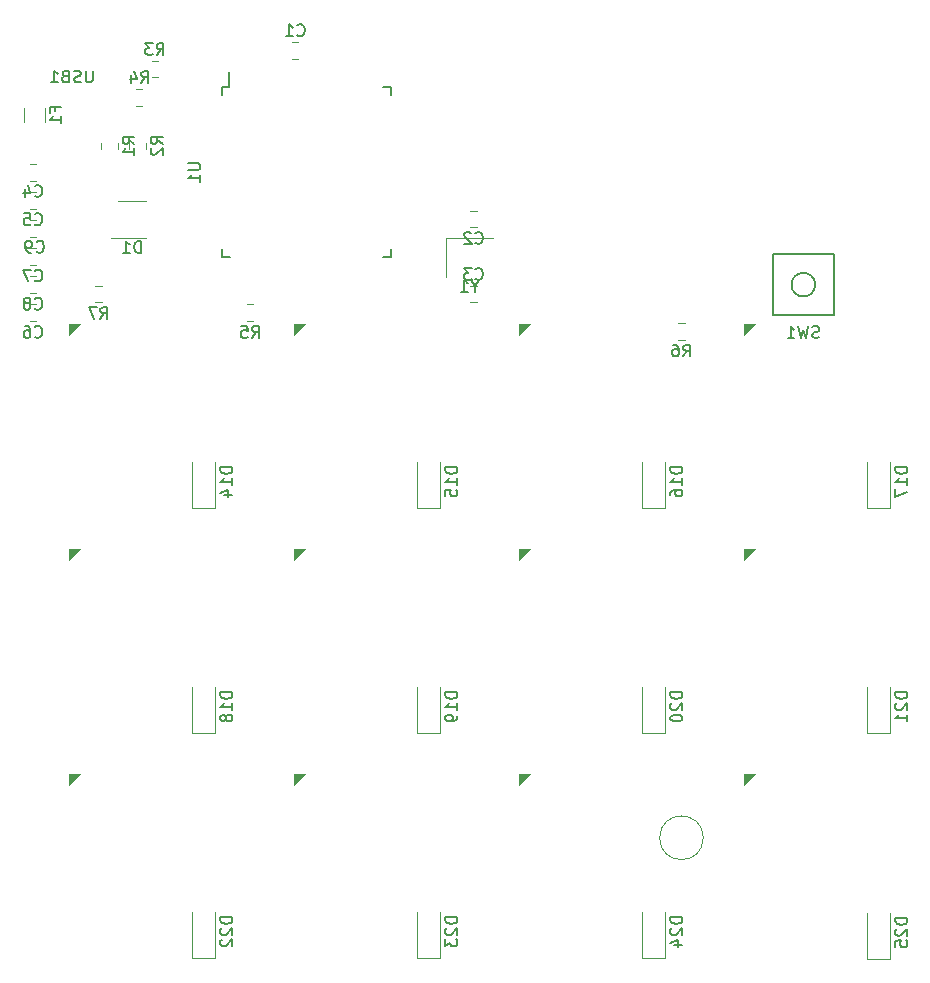
<source format=gbr>
G04 #@! TF.GenerationSoftware,KiCad,Pcbnew,(5.1.4)-1*
G04 #@! TF.CreationDate,2024-03-23T00:37:29-07:00*
G04 #@! TF.ProjectId,macropad,6d616372-6f70-4616-942e-6b696361645f,rev?*
G04 #@! TF.SameCoordinates,Original*
G04 #@! TF.FileFunction,Legend,Bot*
G04 #@! TF.FilePolarity,Positive*
%FSLAX46Y46*%
G04 Gerber Fmt 4.6, Leading zero omitted, Abs format (unit mm)*
G04 Created by KiCad (PCBNEW (5.1.4)-1) date 2024-03-23 00:37:29*
%MOMM*%
%LPD*%
G04 APERTURE LIST*
%ADD10C,0.120000*%
%ADD11C,0.100000*%
%ADD12C,0.150000*%
G04 APERTURE END LIST*
D10*
X72150000Y-77773750D02*
X69200000Y-77773750D01*
X69750000Y-74673750D02*
X72150000Y-74673750D01*
D11*
G36*
X122800000Y-85995001D02*
G01*
X123700000Y-85095001D01*
X122800000Y-85095001D01*
X122800000Y-85995001D01*
G37*
X122800000Y-85995001D02*
X123700000Y-85095001D01*
X122800000Y-85095001D01*
X122800000Y-85995001D01*
G36*
X65650000Y-85995001D02*
G01*
X66550000Y-85095001D01*
X65650000Y-85095001D01*
X65650000Y-85995001D01*
G37*
X65650000Y-85995001D02*
X66550000Y-85095001D01*
X65650000Y-85095001D01*
X65650000Y-85995001D01*
G36*
X84700000Y-124095001D02*
G01*
X85600000Y-123195001D01*
X84700000Y-123195001D01*
X84700000Y-124095001D01*
G37*
X84700000Y-124095001D02*
X85600000Y-123195001D01*
X84700000Y-123195001D01*
X84700000Y-124095001D01*
G36*
X84700000Y-105045001D02*
G01*
X85600000Y-104145001D01*
X84700000Y-104145001D01*
X84700000Y-105045001D01*
G37*
X84700000Y-105045001D02*
X85600000Y-104145001D01*
X84700000Y-104145001D01*
X84700000Y-105045001D01*
D10*
X62303922Y-83427500D02*
X62821078Y-83427500D01*
X62303922Y-84847500D02*
X62821078Y-84847500D01*
D11*
G36*
X84700000Y-85995001D02*
G01*
X85600000Y-85095001D01*
X84700000Y-85095001D01*
X84700000Y-85995001D01*
G37*
X84700000Y-85995001D02*
X85600000Y-85095001D01*
X84700000Y-85095001D01*
X84700000Y-85995001D01*
D12*
X79125000Y-65056250D02*
X79125000Y-63781250D01*
X78550000Y-79406250D02*
X78550000Y-78731250D01*
X92900000Y-79406250D02*
X92900000Y-78731250D01*
X92900000Y-65056250D02*
X92900000Y-65731250D01*
X78550000Y-65056250D02*
X78550000Y-65731250D01*
X92900000Y-65056250D02*
X92225000Y-65056250D01*
X92900000Y-79406250D02*
X92225000Y-79406250D01*
X78550000Y-79406250D02*
X79225000Y-79406250D01*
X78550000Y-65056250D02*
X79125000Y-65056250D01*
D10*
X97525000Y-77781250D02*
X101525000Y-77781250D01*
X97525000Y-81081250D02*
X97525000Y-77781250D01*
D12*
X130393750Y-79156250D02*
X125193750Y-79156250D01*
X125193750Y-79156250D02*
X125193750Y-84356250D01*
X125193750Y-84356250D02*
X130393750Y-84356250D01*
X130393750Y-84356250D02*
X130393750Y-79156250D01*
X128793750Y-81756250D02*
G75*
G03X128793750Y-81756250I-1000000J0D01*
G01*
D10*
X67860172Y-81840000D02*
X68377328Y-81840000D01*
X67860172Y-83260000D02*
X68377328Y-83260000D01*
X117216422Y-85015000D02*
X117733578Y-85015000D01*
X117216422Y-86435000D02*
X117733578Y-86435000D01*
X80703922Y-83427500D02*
X81221078Y-83427500D01*
X80703922Y-84847500D02*
X81221078Y-84847500D01*
X71839828Y-66591250D02*
X71322672Y-66591250D01*
X71839828Y-65171250D02*
X71322672Y-65171250D01*
X73139828Y-64210000D02*
X72622672Y-64210000D01*
X73139828Y-62790000D02*
X72622672Y-62790000D01*
X70727500Y-70252328D02*
X70727500Y-69735172D01*
X72147500Y-70252328D02*
X72147500Y-69735172D01*
X68346250Y-70252328D02*
X68346250Y-69735172D01*
X69766250Y-70252328D02*
X69766250Y-69735172D01*
X61796250Y-67970814D02*
X61796250Y-66766686D01*
X63616250Y-67970814D02*
X63616250Y-66766686D01*
X135143750Y-138837500D02*
X135143750Y-134937500D01*
X133143750Y-138837500D02*
X133143750Y-134937500D01*
X135143750Y-138837500D02*
X133143750Y-138837500D01*
X116093750Y-138775000D02*
X116093750Y-134875000D01*
X114093750Y-138775000D02*
X114093750Y-134875000D01*
X116093750Y-138775000D02*
X114093750Y-138775000D01*
X97043750Y-138775000D02*
X97043750Y-134875000D01*
X95043750Y-138775000D02*
X95043750Y-134875000D01*
X97043750Y-138775000D02*
X95043750Y-138775000D01*
X77993750Y-138775000D02*
X77993750Y-134875000D01*
X75993750Y-138775000D02*
X75993750Y-134875000D01*
X77993750Y-138775000D02*
X75993750Y-138775000D01*
X135143750Y-119725000D02*
X135143750Y-115825000D01*
X133143750Y-119725000D02*
X133143750Y-115825000D01*
X135143750Y-119725000D02*
X133143750Y-119725000D01*
X116093750Y-119725000D02*
X116093750Y-115825000D01*
X114093750Y-119725000D02*
X114093750Y-115825000D01*
X116093750Y-119725000D02*
X114093750Y-119725000D01*
X97043750Y-119725000D02*
X97043750Y-115825000D01*
X95043750Y-119725000D02*
X95043750Y-115825000D01*
X97043750Y-119725000D02*
X95043750Y-119725000D01*
X77993750Y-119725000D02*
X77993750Y-115825000D01*
X75993750Y-119725000D02*
X75993750Y-115825000D01*
X77993750Y-119725000D02*
X75993750Y-119725000D01*
X135143750Y-100675000D02*
X135143750Y-96775000D01*
X133143750Y-100675000D02*
X133143750Y-96775000D01*
X135143750Y-100675000D02*
X133143750Y-100675000D01*
X116093750Y-100675000D02*
X116093750Y-96775000D01*
X114093750Y-100675000D02*
X114093750Y-96775000D01*
X116093750Y-100675000D02*
X114093750Y-100675000D01*
X97043750Y-100675000D02*
X97043750Y-96775000D01*
X95043750Y-100675000D02*
X95043750Y-96775000D01*
X97043750Y-100675000D02*
X95043750Y-100675000D01*
X77993750Y-100675000D02*
X77993750Y-96775000D01*
X75993750Y-100675000D02*
X75993750Y-96775000D01*
X77993750Y-100675000D02*
X75993750Y-100675000D01*
D11*
G36*
X122800000Y-124095001D02*
G01*
X123700000Y-123195001D01*
X122800000Y-123195001D01*
X122800000Y-124095001D01*
G37*
X122800000Y-124095001D02*
X123700000Y-123195001D01*
X122800000Y-123195001D01*
X122800000Y-124095001D01*
G36*
X103750000Y-124095001D02*
G01*
X104650000Y-123195001D01*
X103750000Y-123195001D01*
X103750000Y-124095001D01*
G37*
X103750000Y-124095001D02*
X104650000Y-123195001D01*
X103750000Y-123195001D01*
X103750000Y-124095001D01*
G36*
X65650000Y-124095001D02*
G01*
X66550000Y-123195001D01*
X65650000Y-123195001D01*
X65650000Y-124095001D01*
G37*
X65650000Y-124095001D02*
X66550000Y-123195001D01*
X65650000Y-123195001D01*
X65650000Y-124095001D01*
G36*
X122800000Y-105045001D02*
G01*
X123700000Y-104145001D01*
X122800000Y-104145001D01*
X122800000Y-105045001D01*
G37*
X122800000Y-105045001D02*
X123700000Y-104145001D01*
X122800000Y-104145001D01*
X122800000Y-105045001D01*
G36*
X103750000Y-105045001D02*
G01*
X104650000Y-104145001D01*
X103750000Y-104145001D01*
X103750000Y-105045001D01*
G37*
X103750000Y-105045001D02*
X104650000Y-104145001D01*
X103750000Y-104145001D01*
X103750000Y-105045001D01*
G36*
X65650000Y-105045001D02*
G01*
X66550000Y-104145001D01*
X65650000Y-104145001D01*
X65650000Y-105045001D01*
G37*
X65650000Y-105045001D02*
X66550000Y-104145001D01*
X65650000Y-104145001D01*
X65650000Y-105045001D01*
G36*
X103750000Y-85995001D02*
G01*
X104650000Y-85095001D01*
X103750000Y-85095001D01*
X103750000Y-85995001D01*
G37*
X103750000Y-85995001D02*
X104650000Y-85095001D01*
X103750000Y-85095001D01*
X103750000Y-85995001D01*
D10*
X62303922Y-76283750D02*
X62821078Y-76283750D01*
X62303922Y-77703750D02*
X62821078Y-77703750D01*
X62303922Y-81046250D02*
X62821078Y-81046250D01*
X62303922Y-82466250D02*
X62821078Y-82466250D01*
X62303922Y-78665000D02*
X62821078Y-78665000D01*
X62303922Y-80085000D02*
X62821078Y-80085000D01*
X62303922Y-73902500D02*
X62821078Y-73902500D01*
X62303922Y-75322500D02*
X62821078Y-75322500D01*
X62303922Y-71521250D02*
X62821078Y-71521250D01*
X62303922Y-72941250D02*
X62821078Y-72941250D01*
X100127328Y-83260000D02*
X99610172Y-83260000D01*
X100127328Y-81840000D02*
X99610172Y-81840000D01*
X99610172Y-75490000D02*
X100127328Y-75490000D01*
X99610172Y-76910000D02*
X100127328Y-76910000D01*
X85046078Y-62622500D02*
X84528922Y-62622500D01*
X85046078Y-61202500D02*
X84528922Y-61202500D01*
D11*
X119325000Y-128587500D02*
G75*
G03X119325000Y-128587500I-1850000J0D01*
G01*
D12*
X71708095Y-79056130D02*
X71708095Y-78056130D01*
X71470000Y-78056130D01*
X71327142Y-78103750D01*
X71231904Y-78198988D01*
X71184285Y-78294226D01*
X71136666Y-78484702D01*
X71136666Y-78627559D01*
X71184285Y-78818035D01*
X71231904Y-78913273D01*
X71327142Y-79008511D01*
X71470000Y-79056130D01*
X71708095Y-79056130D01*
X70184285Y-79056130D02*
X70755714Y-79056130D01*
X70470000Y-79056130D02*
X70470000Y-78056130D01*
X70565238Y-78198988D01*
X70660476Y-78294226D01*
X70755714Y-78341845D01*
X62729166Y-86144642D02*
X62776785Y-86192261D01*
X62919642Y-86239880D01*
X63014880Y-86239880D01*
X63157738Y-86192261D01*
X63252976Y-86097023D01*
X63300595Y-86001785D01*
X63348214Y-85811309D01*
X63348214Y-85668452D01*
X63300595Y-85477976D01*
X63252976Y-85382738D01*
X63157738Y-85287500D01*
X63014880Y-85239880D01*
X62919642Y-85239880D01*
X62776785Y-85287500D01*
X62729166Y-85335119D01*
X61872023Y-85239880D02*
X62062500Y-85239880D01*
X62157738Y-85287500D01*
X62205357Y-85335119D01*
X62300595Y-85477976D01*
X62348214Y-85668452D01*
X62348214Y-86049404D01*
X62300595Y-86144642D01*
X62252976Y-86192261D01*
X62157738Y-86239880D01*
X61967261Y-86239880D01*
X61872023Y-86192261D01*
X61824404Y-86144642D01*
X61776785Y-86049404D01*
X61776785Y-85811309D01*
X61824404Y-85716071D01*
X61872023Y-85668452D01*
X61967261Y-85620833D01*
X62157738Y-85620833D01*
X62252976Y-85668452D01*
X62300595Y-85716071D01*
X62348214Y-85811309D01*
X75727380Y-71469345D02*
X76536904Y-71469345D01*
X76632142Y-71516964D01*
X76679761Y-71564583D01*
X76727380Y-71659821D01*
X76727380Y-71850297D01*
X76679761Y-71945535D01*
X76632142Y-71993154D01*
X76536904Y-72040773D01*
X75727380Y-72040773D01*
X76727380Y-73040773D02*
X76727380Y-72469345D01*
X76727380Y-72755059D02*
X75727380Y-72755059D01*
X75870238Y-72659821D01*
X75965476Y-72564583D01*
X76013095Y-72469345D01*
X100001190Y-81857440D02*
X100001190Y-82333630D01*
X100334523Y-81333630D02*
X100001190Y-81857440D01*
X99667857Y-81333630D01*
X98810714Y-82333630D02*
X99382142Y-82333630D01*
X99096428Y-82333630D02*
X99096428Y-81333630D01*
X99191666Y-81476488D01*
X99286904Y-81571726D01*
X99382142Y-81619345D01*
X67619345Y-63627380D02*
X67619345Y-64436904D01*
X67571726Y-64532142D01*
X67524107Y-64579761D01*
X67428869Y-64627380D01*
X67238392Y-64627380D01*
X67143154Y-64579761D01*
X67095535Y-64532142D01*
X67047916Y-64436904D01*
X67047916Y-63627380D01*
X66619345Y-64579761D02*
X66476488Y-64627380D01*
X66238392Y-64627380D01*
X66143154Y-64579761D01*
X66095535Y-64532142D01*
X66047916Y-64436904D01*
X66047916Y-64341666D01*
X66095535Y-64246428D01*
X66143154Y-64198809D01*
X66238392Y-64151190D01*
X66428869Y-64103571D01*
X66524107Y-64055952D01*
X66571726Y-64008333D01*
X66619345Y-63913095D01*
X66619345Y-63817857D01*
X66571726Y-63722619D01*
X66524107Y-63675000D01*
X66428869Y-63627380D01*
X66190773Y-63627380D01*
X66047916Y-63675000D01*
X65286011Y-64103571D02*
X65143154Y-64151190D01*
X65095535Y-64198809D01*
X65047916Y-64294047D01*
X65047916Y-64436904D01*
X65095535Y-64532142D01*
X65143154Y-64579761D01*
X65238392Y-64627380D01*
X65619345Y-64627380D01*
X65619345Y-63627380D01*
X65286011Y-63627380D01*
X65190773Y-63675000D01*
X65143154Y-63722619D01*
X65095535Y-63817857D01*
X65095535Y-63913095D01*
X65143154Y-64008333D01*
X65190773Y-64055952D01*
X65286011Y-64103571D01*
X65619345Y-64103571D01*
X64095535Y-64627380D02*
X64666964Y-64627380D01*
X64381250Y-64627380D02*
X64381250Y-63627380D01*
X64476488Y-63770238D01*
X64571726Y-63865476D01*
X64666964Y-63913095D01*
X129127083Y-86225011D02*
X128984226Y-86272630D01*
X128746130Y-86272630D01*
X128650892Y-86225011D01*
X128603273Y-86177392D01*
X128555654Y-86082154D01*
X128555654Y-85986916D01*
X128603273Y-85891678D01*
X128650892Y-85844059D01*
X128746130Y-85796440D01*
X128936607Y-85748821D01*
X129031845Y-85701202D01*
X129079464Y-85653583D01*
X129127083Y-85558345D01*
X129127083Y-85463107D01*
X129079464Y-85367869D01*
X129031845Y-85320250D01*
X128936607Y-85272630D01*
X128698511Y-85272630D01*
X128555654Y-85320250D01*
X128222321Y-85272630D02*
X127984226Y-86272630D01*
X127793750Y-85558345D01*
X127603273Y-86272630D01*
X127365178Y-85272630D01*
X126460416Y-86272630D02*
X127031845Y-86272630D01*
X126746130Y-86272630D02*
X126746130Y-85272630D01*
X126841369Y-85415488D01*
X126936607Y-85510726D01*
X127031845Y-85558345D01*
X68285416Y-84652380D02*
X68618750Y-84176190D01*
X68856845Y-84652380D02*
X68856845Y-83652380D01*
X68475892Y-83652380D01*
X68380654Y-83700000D01*
X68333035Y-83747619D01*
X68285416Y-83842857D01*
X68285416Y-83985714D01*
X68333035Y-84080952D01*
X68380654Y-84128571D01*
X68475892Y-84176190D01*
X68856845Y-84176190D01*
X67952083Y-83652380D02*
X67285416Y-83652380D01*
X67713988Y-84652380D01*
X117641666Y-87827380D02*
X117975000Y-87351190D01*
X118213095Y-87827380D02*
X118213095Y-86827380D01*
X117832142Y-86827380D01*
X117736904Y-86875000D01*
X117689285Y-86922619D01*
X117641666Y-87017857D01*
X117641666Y-87160714D01*
X117689285Y-87255952D01*
X117736904Y-87303571D01*
X117832142Y-87351190D01*
X118213095Y-87351190D01*
X116784523Y-86827380D02*
X116975000Y-86827380D01*
X117070238Y-86875000D01*
X117117857Y-86922619D01*
X117213095Y-87065476D01*
X117260714Y-87255952D01*
X117260714Y-87636904D01*
X117213095Y-87732142D01*
X117165476Y-87779761D01*
X117070238Y-87827380D01*
X116879761Y-87827380D01*
X116784523Y-87779761D01*
X116736904Y-87732142D01*
X116689285Y-87636904D01*
X116689285Y-87398809D01*
X116736904Y-87303571D01*
X116784523Y-87255952D01*
X116879761Y-87208333D01*
X117070238Y-87208333D01*
X117165476Y-87255952D01*
X117213095Y-87303571D01*
X117260714Y-87398809D01*
X81129166Y-86239880D02*
X81462500Y-85763690D01*
X81700595Y-86239880D02*
X81700595Y-85239880D01*
X81319642Y-85239880D01*
X81224404Y-85287500D01*
X81176785Y-85335119D01*
X81129166Y-85430357D01*
X81129166Y-85573214D01*
X81176785Y-85668452D01*
X81224404Y-85716071D01*
X81319642Y-85763690D01*
X81700595Y-85763690D01*
X80224404Y-85239880D02*
X80700595Y-85239880D01*
X80748214Y-85716071D01*
X80700595Y-85668452D01*
X80605357Y-85620833D01*
X80367261Y-85620833D01*
X80272023Y-85668452D01*
X80224404Y-85716071D01*
X80176785Y-85811309D01*
X80176785Y-86049404D01*
X80224404Y-86144642D01*
X80272023Y-86192261D01*
X80367261Y-86239880D01*
X80605357Y-86239880D01*
X80700595Y-86192261D01*
X80748214Y-86144642D01*
X71747916Y-64683630D02*
X72081250Y-64207440D01*
X72319345Y-64683630D02*
X72319345Y-63683630D01*
X71938392Y-63683630D01*
X71843154Y-63731250D01*
X71795535Y-63778869D01*
X71747916Y-63874107D01*
X71747916Y-64016964D01*
X71795535Y-64112202D01*
X71843154Y-64159821D01*
X71938392Y-64207440D01*
X72319345Y-64207440D01*
X70890773Y-64016964D02*
X70890773Y-64683630D01*
X71128869Y-63636011D02*
X71366964Y-64350297D01*
X70747916Y-64350297D01*
X73047916Y-62302380D02*
X73381250Y-61826190D01*
X73619345Y-62302380D02*
X73619345Y-61302380D01*
X73238392Y-61302380D01*
X73143154Y-61350000D01*
X73095535Y-61397619D01*
X73047916Y-61492857D01*
X73047916Y-61635714D01*
X73095535Y-61730952D01*
X73143154Y-61778571D01*
X73238392Y-61826190D01*
X73619345Y-61826190D01*
X72714583Y-61302380D02*
X72095535Y-61302380D01*
X72428869Y-61683333D01*
X72286011Y-61683333D01*
X72190773Y-61730952D01*
X72143154Y-61778571D01*
X72095535Y-61873809D01*
X72095535Y-62111904D01*
X72143154Y-62207142D01*
X72190773Y-62254761D01*
X72286011Y-62302380D01*
X72571726Y-62302380D01*
X72666964Y-62254761D01*
X72714583Y-62207142D01*
X73539880Y-69827083D02*
X73063690Y-69493750D01*
X73539880Y-69255654D02*
X72539880Y-69255654D01*
X72539880Y-69636607D01*
X72587500Y-69731845D01*
X72635119Y-69779464D01*
X72730357Y-69827083D01*
X72873214Y-69827083D01*
X72968452Y-69779464D01*
X73016071Y-69731845D01*
X73063690Y-69636607D01*
X73063690Y-69255654D01*
X72635119Y-70208035D02*
X72587500Y-70255654D01*
X72539880Y-70350892D01*
X72539880Y-70588988D01*
X72587500Y-70684226D01*
X72635119Y-70731845D01*
X72730357Y-70779464D01*
X72825595Y-70779464D01*
X72968452Y-70731845D01*
X73539880Y-70160416D01*
X73539880Y-70779464D01*
X71158630Y-69827083D02*
X70682440Y-69493750D01*
X71158630Y-69255654D02*
X70158630Y-69255654D01*
X70158630Y-69636607D01*
X70206250Y-69731845D01*
X70253869Y-69779464D01*
X70349107Y-69827083D01*
X70491964Y-69827083D01*
X70587202Y-69779464D01*
X70634821Y-69731845D01*
X70682440Y-69636607D01*
X70682440Y-69255654D01*
X71158630Y-70779464D02*
X71158630Y-70208035D01*
X71158630Y-70493750D02*
X70158630Y-70493750D01*
X70301488Y-70398511D01*
X70396726Y-70303273D01*
X70444345Y-70208035D01*
X64454821Y-67035416D02*
X64454821Y-66702083D01*
X64978630Y-66702083D02*
X63978630Y-66702083D01*
X63978630Y-67178273D01*
X64978630Y-68083035D02*
X64978630Y-67511607D01*
X64978630Y-67797321D02*
X63978630Y-67797321D01*
X64121488Y-67702083D01*
X64216726Y-67606845D01*
X64264345Y-67511607D01*
X136596130Y-135373214D02*
X135596130Y-135373214D01*
X135596130Y-135611309D01*
X135643750Y-135754166D01*
X135738988Y-135849404D01*
X135834226Y-135897023D01*
X136024702Y-135944642D01*
X136167559Y-135944642D01*
X136358035Y-135897023D01*
X136453273Y-135849404D01*
X136548511Y-135754166D01*
X136596130Y-135611309D01*
X136596130Y-135373214D01*
X135691369Y-136325595D02*
X135643750Y-136373214D01*
X135596130Y-136468452D01*
X135596130Y-136706547D01*
X135643750Y-136801785D01*
X135691369Y-136849404D01*
X135786607Y-136897023D01*
X135881845Y-136897023D01*
X136024702Y-136849404D01*
X136596130Y-136277976D01*
X136596130Y-136897023D01*
X135596130Y-137801785D02*
X135596130Y-137325595D01*
X136072321Y-137277976D01*
X136024702Y-137325595D01*
X135977083Y-137420833D01*
X135977083Y-137658928D01*
X136024702Y-137754166D01*
X136072321Y-137801785D01*
X136167559Y-137849404D01*
X136405654Y-137849404D01*
X136500892Y-137801785D01*
X136548511Y-137754166D01*
X136596130Y-137658928D01*
X136596130Y-137420833D01*
X136548511Y-137325595D01*
X136500892Y-137277976D01*
X117546130Y-135310714D02*
X116546130Y-135310714D01*
X116546130Y-135548809D01*
X116593750Y-135691666D01*
X116688988Y-135786904D01*
X116784226Y-135834523D01*
X116974702Y-135882142D01*
X117117559Y-135882142D01*
X117308035Y-135834523D01*
X117403273Y-135786904D01*
X117498511Y-135691666D01*
X117546130Y-135548809D01*
X117546130Y-135310714D01*
X116641369Y-136263095D02*
X116593750Y-136310714D01*
X116546130Y-136405952D01*
X116546130Y-136644047D01*
X116593750Y-136739285D01*
X116641369Y-136786904D01*
X116736607Y-136834523D01*
X116831845Y-136834523D01*
X116974702Y-136786904D01*
X117546130Y-136215476D01*
X117546130Y-136834523D01*
X116879464Y-137691666D02*
X117546130Y-137691666D01*
X116498511Y-137453571D02*
X117212797Y-137215476D01*
X117212797Y-137834523D01*
X98496130Y-135310714D02*
X97496130Y-135310714D01*
X97496130Y-135548809D01*
X97543750Y-135691666D01*
X97638988Y-135786904D01*
X97734226Y-135834523D01*
X97924702Y-135882142D01*
X98067559Y-135882142D01*
X98258035Y-135834523D01*
X98353273Y-135786904D01*
X98448511Y-135691666D01*
X98496130Y-135548809D01*
X98496130Y-135310714D01*
X97591369Y-136263095D02*
X97543750Y-136310714D01*
X97496130Y-136405952D01*
X97496130Y-136644047D01*
X97543750Y-136739285D01*
X97591369Y-136786904D01*
X97686607Y-136834523D01*
X97781845Y-136834523D01*
X97924702Y-136786904D01*
X98496130Y-136215476D01*
X98496130Y-136834523D01*
X97496130Y-137167857D02*
X97496130Y-137786904D01*
X97877083Y-137453571D01*
X97877083Y-137596428D01*
X97924702Y-137691666D01*
X97972321Y-137739285D01*
X98067559Y-137786904D01*
X98305654Y-137786904D01*
X98400892Y-137739285D01*
X98448511Y-137691666D01*
X98496130Y-137596428D01*
X98496130Y-137310714D01*
X98448511Y-137215476D01*
X98400892Y-137167857D01*
X79446130Y-135310714D02*
X78446130Y-135310714D01*
X78446130Y-135548809D01*
X78493750Y-135691666D01*
X78588988Y-135786904D01*
X78684226Y-135834523D01*
X78874702Y-135882142D01*
X79017559Y-135882142D01*
X79208035Y-135834523D01*
X79303273Y-135786904D01*
X79398511Y-135691666D01*
X79446130Y-135548809D01*
X79446130Y-135310714D01*
X78541369Y-136263095D02*
X78493750Y-136310714D01*
X78446130Y-136405952D01*
X78446130Y-136644047D01*
X78493750Y-136739285D01*
X78541369Y-136786904D01*
X78636607Y-136834523D01*
X78731845Y-136834523D01*
X78874702Y-136786904D01*
X79446130Y-136215476D01*
X79446130Y-136834523D01*
X78541369Y-137215476D02*
X78493750Y-137263095D01*
X78446130Y-137358333D01*
X78446130Y-137596428D01*
X78493750Y-137691666D01*
X78541369Y-137739285D01*
X78636607Y-137786904D01*
X78731845Y-137786904D01*
X78874702Y-137739285D01*
X79446130Y-137167857D01*
X79446130Y-137786904D01*
X136596130Y-116260714D02*
X135596130Y-116260714D01*
X135596130Y-116498809D01*
X135643750Y-116641666D01*
X135738988Y-116736904D01*
X135834226Y-116784523D01*
X136024702Y-116832142D01*
X136167559Y-116832142D01*
X136358035Y-116784523D01*
X136453273Y-116736904D01*
X136548511Y-116641666D01*
X136596130Y-116498809D01*
X136596130Y-116260714D01*
X135691369Y-117213095D02*
X135643750Y-117260714D01*
X135596130Y-117355952D01*
X135596130Y-117594047D01*
X135643750Y-117689285D01*
X135691369Y-117736904D01*
X135786607Y-117784523D01*
X135881845Y-117784523D01*
X136024702Y-117736904D01*
X136596130Y-117165476D01*
X136596130Y-117784523D01*
X136596130Y-118736904D02*
X136596130Y-118165476D01*
X136596130Y-118451190D02*
X135596130Y-118451190D01*
X135738988Y-118355952D01*
X135834226Y-118260714D01*
X135881845Y-118165476D01*
X117546130Y-116260714D02*
X116546130Y-116260714D01*
X116546130Y-116498809D01*
X116593750Y-116641666D01*
X116688988Y-116736904D01*
X116784226Y-116784523D01*
X116974702Y-116832142D01*
X117117559Y-116832142D01*
X117308035Y-116784523D01*
X117403273Y-116736904D01*
X117498511Y-116641666D01*
X117546130Y-116498809D01*
X117546130Y-116260714D01*
X116641369Y-117213095D02*
X116593750Y-117260714D01*
X116546130Y-117355952D01*
X116546130Y-117594047D01*
X116593750Y-117689285D01*
X116641369Y-117736904D01*
X116736607Y-117784523D01*
X116831845Y-117784523D01*
X116974702Y-117736904D01*
X117546130Y-117165476D01*
X117546130Y-117784523D01*
X116546130Y-118403571D02*
X116546130Y-118498809D01*
X116593750Y-118594047D01*
X116641369Y-118641666D01*
X116736607Y-118689285D01*
X116927083Y-118736904D01*
X117165178Y-118736904D01*
X117355654Y-118689285D01*
X117450892Y-118641666D01*
X117498511Y-118594047D01*
X117546130Y-118498809D01*
X117546130Y-118403571D01*
X117498511Y-118308333D01*
X117450892Y-118260714D01*
X117355654Y-118213095D01*
X117165178Y-118165476D01*
X116927083Y-118165476D01*
X116736607Y-118213095D01*
X116641369Y-118260714D01*
X116593750Y-118308333D01*
X116546130Y-118403571D01*
X98496130Y-116260714D02*
X97496130Y-116260714D01*
X97496130Y-116498809D01*
X97543750Y-116641666D01*
X97638988Y-116736904D01*
X97734226Y-116784523D01*
X97924702Y-116832142D01*
X98067559Y-116832142D01*
X98258035Y-116784523D01*
X98353273Y-116736904D01*
X98448511Y-116641666D01*
X98496130Y-116498809D01*
X98496130Y-116260714D01*
X98496130Y-117784523D02*
X98496130Y-117213095D01*
X98496130Y-117498809D02*
X97496130Y-117498809D01*
X97638988Y-117403571D01*
X97734226Y-117308333D01*
X97781845Y-117213095D01*
X98496130Y-118260714D02*
X98496130Y-118451190D01*
X98448511Y-118546428D01*
X98400892Y-118594047D01*
X98258035Y-118689285D01*
X98067559Y-118736904D01*
X97686607Y-118736904D01*
X97591369Y-118689285D01*
X97543750Y-118641666D01*
X97496130Y-118546428D01*
X97496130Y-118355952D01*
X97543750Y-118260714D01*
X97591369Y-118213095D01*
X97686607Y-118165476D01*
X97924702Y-118165476D01*
X98019940Y-118213095D01*
X98067559Y-118260714D01*
X98115178Y-118355952D01*
X98115178Y-118546428D01*
X98067559Y-118641666D01*
X98019940Y-118689285D01*
X97924702Y-118736904D01*
X79446130Y-116260714D02*
X78446130Y-116260714D01*
X78446130Y-116498809D01*
X78493750Y-116641666D01*
X78588988Y-116736904D01*
X78684226Y-116784523D01*
X78874702Y-116832142D01*
X79017559Y-116832142D01*
X79208035Y-116784523D01*
X79303273Y-116736904D01*
X79398511Y-116641666D01*
X79446130Y-116498809D01*
X79446130Y-116260714D01*
X79446130Y-117784523D02*
X79446130Y-117213095D01*
X79446130Y-117498809D02*
X78446130Y-117498809D01*
X78588988Y-117403571D01*
X78684226Y-117308333D01*
X78731845Y-117213095D01*
X78874702Y-118355952D02*
X78827083Y-118260714D01*
X78779464Y-118213095D01*
X78684226Y-118165476D01*
X78636607Y-118165476D01*
X78541369Y-118213095D01*
X78493750Y-118260714D01*
X78446130Y-118355952D01*
X78446130Y-118546428D01*
X78493750Y-118641666D01*
X78541369Y-118689285D01*
X78636607Y-118736904D01*
X78684226Y-118736904D01*
X78779464Y-118689285D01*
X78827083Y-118641666D01*
X78874702Y-118546428D01*
X78874702Y-118355952D01*
X78922321Y-118260714D01*
X78969940Y-118213095D01*
X79065178Y-118165476D01*
X79255654Y-118165476D01*
X79350892Y-118213095D01*
X79398511Y-118260714D01*
X79446130Y-118355952D01*
X79446130Y-118546428D01*
X79398511Y-118641666D01*
X79350892Y-118689285D01*
X79255654Y-118736904D01*
X79065178Y-118736904D01*
X78969940Y-118689285D01*
X78922321Y-118641666D01*
X78874702Y-118546428D01*
X136596130Y-97210714D02*
X135596130Y-97210714D01*
X135596130Y-97448809D01*
X135643750Y-97591666D01*
X135738988Y-97686904D01*
X135834226Y-97734523D01*
X136024702Y-97782142D01*
X136167559Y-97782142D01*
X136358035Y-97734523D01*
X136453273Y-97686904D01*
X136548511Y-97591666D01*
X136596130Y-97448809D01*
X136596130Y-97210714D01*
X136596130Y-98734523D02*
X136596130Y-98163095D01*
X136596130Y-98448809D02*
X135596130Y-98448809D01*
X135738988Y-98353571D01*
X135834226Y-98258333D01*
X135881845Y-98163095D01*
X135596130Y-99067857D02*
X135596130Y-99734523D01*
X136596130Y-99305952D01*
X117546130Y-97210714D02*
X116546130Y-97210714D01*
X116546130Y-97448809D01*
X116593750Y-97591666D01*
X116688988Y-97686904D01*
X116784226Y-97734523D01*
X116974702Y-97782142D01*
X117117559Y-97782142D01*
X117308035Y-97734523D01*
X117403273Y-97686904D01*
X117498511Y-97591666D01*
X117546130Y-97448809D01*
X117546130Y-97210714D01*
X117546130Y-98734523D02*
X117546130Y-98163095D01*
X117546130Y-98448809D02*
X116546130Y-98448809D01*
X116688988Y-98353571D01*
X116784226Y-98258333D01*
X116831845Y-98163095D01*
X116546130Y-99591666D02*
X116546130Y-99401190D01*
X116593750Y-99305952D01*
X116641369Y-99258333D01*
X116784226Y-99163095D01*
X116974702Y-99115476D01*
X117355654Y-99115476D01*
X117450892Y-99163095D01*
X117498511Y-99210714D01*
X117546130Y-99305952D01*
X117546130Y-99496428D01*
X117498511Y-99591666D01*
X117450892Y-99639285D01*
X117355654Y-99686904D01*
X117117559Y-99686904D01*
X117022321Y-99639285D01*
X116974702Y-99591666D01*
X116927083Y-99496428D01*
X116927083Y-99305952D01*
X116974702Y-99210714D01*
X117022321Y-99163095D01*
X117117559Y-99115476D01*
X98496130Y-97210714D02*
X97496130Y-97210714D01*
X97496130Y-97448809D01*
X97543750Y-97591666D01*
X97638988Y-97686904D01*
X97734226Y-97734523D01*
X97924702Y-97782142D01*
X98067559Y-97782142D01*
X98258035Y-97734523D01*
X98353273Y-97686904D01*
X98448511Y-97591666D01*
X98496130Y-97448809D01*
X98496130Y-97210714D01*
X98496130Y-98734523D02*
X98496130Y-98163095D01*
X98496130Y-98448809D02*
X97496130Y-98448809D01*
X97638988Y-98353571D01*
X97734226Y-98258333D01*
X97781845Y-98163095D01*
X97496130Y-99639285D02*
X97496130Y-99163095D01*
X97972321Y-99115476D01*
X97924702Y-99163095D01*
X97877083Y-99258333D01*
X97877083Y-99496428D01*
X97924702Y-99591666D01*
X97972321Y-99639285D01*
X98067559Y-99686904D01*
X98305654Y-99686904D01*
X98400892Y-99639285D01*
X98448511Y-99591666D01*
X98496130Y-99496428D01*
X98496130Y-99258333D01*
X98448511Y-99163095D01*
X98400892Y-99115476D01*
X79446130Y-97210714D02*
X78446130Y-97210714D01*
X78446130Y-97448809D01*
X78493750Y-97591666D01*
X78588988Y-97686904D01*
X78684226Y-97734523D01*
X78874702Y-97782142D01*
X79017559Y-97782142D01*
X79208035Y-97734523D01*
X79303273Y-97686904D01*
X79398511Y-97591666D01*
X79446130Y-97448809D01*
X79446130Y-97210714D01*
X79446130Y-98734523D02*
X79446130Y-98163095D01*
X79446130Y-98448809D02*
X78446130Y-98448809D01*
X78588988Y-98353571D01*
X78684226Y-98258333D01*
X78731845Y-98163095D01*
X78779464Y-99591666D02*
X79446130Y-99591666D01*
X78398511Y-99353571D02*
X79112797Y-99115476D01*
X79112797Y-99734523D01*
X62872916Y-78938392D02*
X62920535Y-78986011D01*
X63063392Y-79033630D01*
X63158630Y-79033630D01*
X63301488Y-78986011D01*
X63396726Y-78890773D01*
X63444345Y-78795535D01*
X63491964Y-78605059D01*
X63491964Y-78462202D01*
X63444345Y-78271726D01*
X63396726Y-78176488D01*
X63301488Y-78081250D01*
X63158630Y-78033630D01*
X63063392Y-78033630D01*
X62920535Y-78081250D01*
X62872916Y-78128869D01*
X62396726Y-79033630D02*
X62206250Y-79033630D01*
X62111011Y-78986011D01*
X62063392Y-78938392D01*
X61968154Y-78795535D01*
X61920535Y-78605059D01*
X61920535Y-78224107D01*
X61968154Y-78128869D01*
X62015773Y-78081250D01*
X62111011Y-78033630D01*
X62301488Y-78033630D01*
X62396726Y-78081250D01*
X62444345Y-78128869D01*
X62491964Y-78224107D01*
X62491964Y-78462202D01*
X62444345Y-78557440D01*
X62396726Y-78605059D01*
X62301488Y-78652678D01*
X62111011Y-78652678D01*
X62015773Y-78605059D01*
X61968154Y-78557440D01*
X61920535Y-78462202D01*
X62729166Y-83763392D02*
X62776785Y-83811011D01*
X62919642Y-83858630D01*
X63014880Y-83858630D01*
X63157738Y-83811011D01*
X63252976Y-83715773D01*
X63300595Y-83620535D01*
X63348214Y-83430059D01*
X63348214Y-83287202D01*
X63300595Y-83096726D01*
X63252976Y-83001488D01*
X63157738Y-82906250D01*
X63014880Y-82858630D01*
X62919642Y-82858630D01*
X62776785Y-82906250D01*
X62729166Y-82953869D01*
X62157738Y-83287202D02*
X62252976Y-83239583D01*
X62300595Y-83191964D01*
X62348214Y-83096726D01*
X62348214Y-83049107D01*
X62300595Y-82953869D01*
X62252976Y-82906250D01*
X62157738Y-82858630D01*
X61967261Y-82858630D01*
X61872023Y-82906250D01*
X61824404Y-82953869D01*
X61776785Y-83049107D01*
X61776785Y-83096726D01*
X61824404Y-83191964D01*
X61872023Y-83239583D01*
X61967261Y-83287202D01*
X62157738Y-83287202D01*
X62252976Y-83334821D01*
X62300595Y-83382440D01*
X62348214Y-83477678D01*
X62348214Y-83668154D01*
X62300595Y-83763392D01*
X62252976Y-83811011D01*
X62157738Y-83858630D01*
X61967261Y-83858630D01*
X61872023Y-83811011D01*
X61824404Y-83763392D01*
X61776785Y-83668154D01*
X61776785Y-83477678D01*
X61824404Y-83382440D01*
X61872023Y-83334821D01*
X61967261Y-83287202D01*
X62729166Y-81382142D02*
X62776785Y-81429761D01*
X62919642Y-81477380D01*
X63014880Y-81477380D01*
X63157738Y-81429761D01*
X63252976Y-81334523D01*
X63300595Y-81239285D01*
X63348214Y-81048809D01*
X63348214Y-80905952D01*
X63300595Y-80715476D01*
X63252976Y-80620238D01*
X63157738Y-80525000D01*
X63014880Y-80477380D01*
X62919642Y-80477380D01*
X62776785Y-80525000D01*
X62729166Y-80572619D01*
X62395833Y-80477380D02*
X61729166Y-80477380D01*
X62157738Y-81477380D01*
X62729166Y-76619642D02*
X62776785Y-76667261D01*
X62919642Y-76714880D01*
X63014880Y-76714880D01*
X63157738Y-76667261D01*
X63252976Y-76572023D01*
X63300595Y-76476785D01*
X63348214Y-76286309D01*
X63348214Y-76143452D01*
X63300595Y-75952976D01*
X63252976Y-75857738D01*
X63157738Y-75762500D01*
X63014880Y-75714880D01*
X62919642Y-75714880D01*
X62776785Y-75762500D01*
X62729166Y-75810119D01*
X61824404Y-75714880D02*
X62300595Y-75714880D01*
X62348214Y-76191071D01*
X62300595Y-76143452D01*
X62205357Y-76095833D01*
X61967261Y-76095833D01*
X61872023Y-76143452D01*
X61824404Y-76191071D01*
X61776785Y-76286309D01*
X61776785Y-76524404D01*
X61824404Y-76619642D01*
X61872023Y-76667261D01*
X61967261Y-76714880D01*
X62205357Y-76714880D01*
X62300595Y-76667261D01*
X62348214Y-76619642D01*
X62729166Y-74238392D02*
X62776785Y-74286011D01*
X62919642Y-74333630D01*
X63014880Y-74333630D01*
X63157738Y-74286011D01*
X63252976Y-74190773D01*
X63300595Y-74095535D01*
X63348214Y-73905059D01*
X63348214Y-73762202D01*
X63300595Y-73571726D01*
X63252976Y-73476488D01*
X63157738Y-73381250D01*
X63014880Y-73333630D01*
X62919642Y-73333630D01*
X62776785Y-73381250D01*
X62729166Y-73428869D01*
X61872023Y-73666964D02*
X61872023Y-74333630D01*
X62110119Y-73286011D02*
X62348214Y-74000297D01*
X61729166Y-74000297D01*
X100035416Y-81257142D02*
X100083035Y-81304761D01*
X100225892Y-81352380D01*
X100321130Y-81352380D01*
X100463988Y-81304761D01*
X100559226Y-81209523D01*
X100606845Y-81114285D01*
X100654464Y-80923809D01*
X100654464Y-80780952D01*
X100606845Y-80590476D01*
X100559226Y-80495238D01*
X100463988Y-80400000D01*
X100321130Y-80352380D01*
X100225892Y-80352380D01*
X100083035Y-80400000D01*
X100035416Y-80447619D01*
X99702083Y-80352380D02*
X99083035Y-80352380D01*
X99416369Y-80733333D01*
X99273511Y-80733333D01*
X99178273Y-80780952D01*
X99130654Y-80828571D01*
X99083035Y-80923809D01*
X99083035Y-81161904D01*
X99130654Y-81257142D01*
X99178273Y-81304761D01*
X99273511Y-81352380D01*
X99559226Y-81352380D01*
X99654464Y-81304761D01*
X99702083Y-81257142D01*
X100035416Y-78207142D02*
X100083035Y-78254761D01*
X100225892Y-78302380D01*
X100321130Y-78302380D01*
X100463988Y-78254761D01*
X100559226Y-78159523D01*
X100606845Y-78064285D01*
X100654464Y-77873809D01*
X100654464Y-77730952D01*
X100606845Y-77540476D01*
X100559226Y-77445238D01*
X100463988Y-77350000D01*
X100321130Y-77302380D01*
X100225892Y-77302380D01*
X100083035Y-77350000D01*
X100035416Y-77397619D01*
X99654464Y-77397619D02*
X99606845Y-77350000D01*
X99511607Y-77302380D01*
X99273511Y-77302380D01*
X99178273Y-77350000D01*
X99130654Y-77397619D01*
X99083035Y-77492857D01*
X99083035Y-77588095D01*
X99130654Y-77730952D01*
X99702083Y-78302380D01*
X99083035Y-78302380D01*
X84954166Y-60619642D02*
X85001785Y-60667261D01*
X85144642Y-60714880D01*
X85239880Y-60714880D01*
X85382738Y-60667261D01*
X85477976Y-60572023D01*
X85525595Y-60476785D01*
X85573214Y-60286309D01*
X85573214Y-60143452D01*
X85525595Y-59952976D01*
X85477976Y-59857738D01*
X85382738Y-59762500D01*
X85239880Y-59714880D01*
X85144642Y-59714880D01*
X85001785Y-59762500D01*
X84954166Y-59810119D01*
X84001785Y-60714880D02*
X84573214Y-60714880D01*
X84287500Y-60714880D02*
X84287500Y-59714880D01*
X84382738Y-59857738D01*
X84477976Y-59952976D01*
X84573214Y-60000595D01*
M02*

</source>
